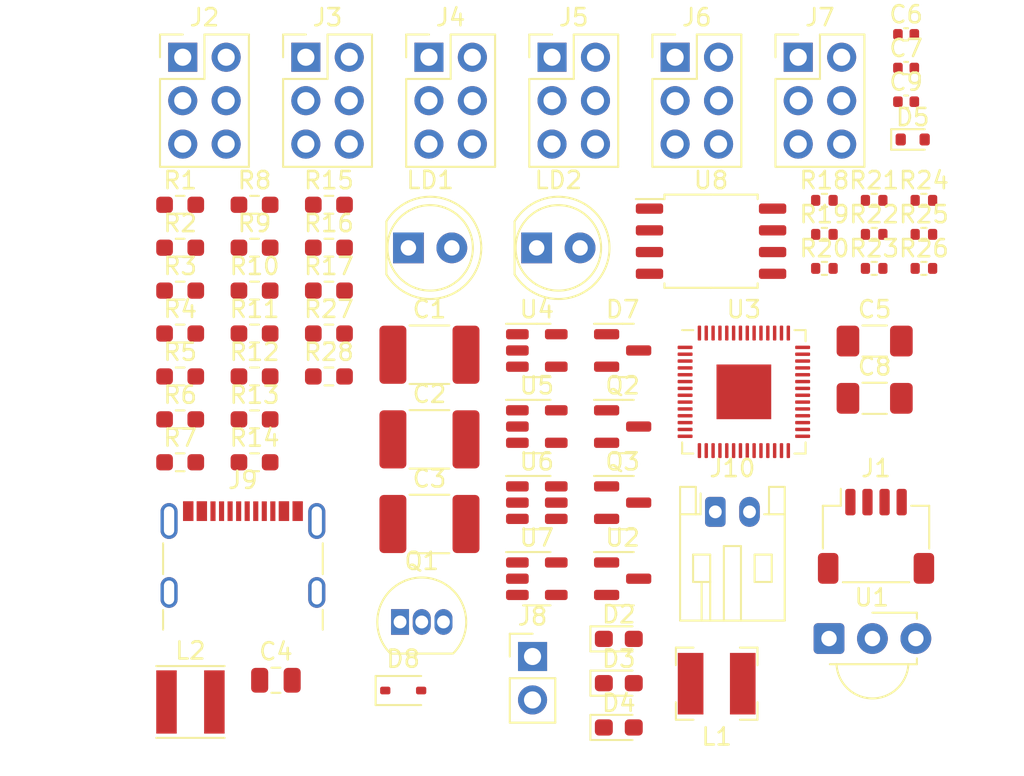
<source format=kicad_pcb>
(kicad_pcb (version 20221018) (generator pcbnew)
  (layers (0 "F.Cu" signal) (31 "B.Cu" signal) (34 "B.Paste" user) (35 "F.Paste" user) (36 "B.SilkS" user "B.Silkscreen") (37 "F.SilkS" user "F.Silkscreen") (38 "B.Mask" user) (39 "F.Mask" user) (44 "Edge.Cuts" user))
  (net 0 "")
  (net 1 "Net-(U1-Vs)")
  (net 2 "Net-(U1-GND)")
  (net 3 "/Battery_VIN")
  (net 4 "GND")
  (net 5 "+3V3")
  (net 6 "/Switched_Power")
  (net 7 "Net-(U5-FB)")
  (net 8 "Net-(D2-K)")
  (net 9 "/LED_RED")
  (net 10 "Net-(D3-K)")
  (net 11 "/LED_GREEN")
  (net 12 "Net-(D4-K)")
  (net 13 "/LED_BLUE")
  (net 14 "/UPDI_protected")
  (net 16 "SDA")
  (net 17 "SCL")
  (net 18 "/SDA{slash}MOSI{slash}DATA")
  (net 19 "/SCL{slash}SCK")
  (net 20 "/CS{slash}MISO")
  (net 21 "/UPDI")
  (net 22 "/USB_pwr")
  (net 23 "Net-(J9-CC1)")
  (net 24 "/D+")
  (net 25 "/D-")
  (net 27 "Net-(J9-CC2)")
  (net 29 "/VBAT")
  (net 30 "Net-(U4-SW)")
  (net 31 "Net-(U5-SW)")
  (net 32 "Net-(LD1-C)")
  (net 33 "Net-(LD1-A)")
  (net 34 "Net-(LD2-A)")
  (net 35 "Net-(Q1-E)")
  (net 36 "Net-(Q1-C)")
  (net 38 "Net-(Q3-B)")
  (net 39 "Net-(Q3-E)")
  (net 40 "Net-(Q3-C)")
  (net 42 "/USB_D+")
  (net 43 "/USB_D-")
  (net 44 "Net-(U7-PROG)")
  (net 45 "Net-(U3-RUN)")
  (net 46 "/usb_boot")
  (net 47 "Net-(U8-~{CS})")
  (net 49 "/GPIO0")
  (net 50 "/GPIO1")
  (net 51 "/GPIO2")
  (net 52 "/GPIO3")
  (net 53 "/GPIO4")
  (net 54 "/GPIO5")
  (net 55 "/GPIO6")
  (net 56 "/GPIO7")
  (net 57 "/GPIO8")
  (net 58 "/GPIO9")
  (net 59 "/GPIO10")
  (net 60 "/GPIO11")
  (net 61 "/GPIO12")
  (net 62 "/GPIO13")
  (net 63 "/GPIO14")
  (net 64 "/GPIO15")
  (net 65 "/XIN")
  (net 66 "/XOUT")
  (net 67 "Net-(U3-DVDD-Pad23)")
  (net 68 "/SWCLK")
  (net 69 "/SWD")
  (net 70 "/GPIO16")
  (net 71 "/GPIO17")
  (net 72 "/GPIO18")
  (net 73 "/GPIO19")
  (net 74 "/GPIO20")
  (net 75 "/GPIO21")
  (net 76 "/GPIO22")
  (net 77 "/GPIO23")
  (net 78 "/GPIO24")
  (net 79 "/GPIO25")
  (net 80 "/GPIO26")
  (net 81 "/GPIO27")
  (net 82 "/GPIO28")
  (net 83 "/GPIO29")
  (net 85 "/SD3")
  (net 86 "/spi_clk")
  (net 87 "/SD0")
  (net 88 "/SD2")
  (net 89 "/SD1")
  (net 93 "/V_USB")
  (footprint "Inductor_SMD:L_Bourns-SRN4018" (layer "F.Cu") (at -19.3135 50.346)
    (fp_text reference "L1" (at 0 3.1) (layer "F.SilkS"))
    (fp_text value "2.2u")
    (pad "1" smd rect (at -1.525 0) (size 1.5 3.6) (layers "F.Cu" "F.Paste" "F.Mask") (net 3 "/Battery_VIN"))
    (pad "2" smd rect (at 1.525 0) (size 1.5 3.6) (layers "F.Cu" "F.Paste" "F.Mask") (net 30 "Net-(U4-SW)"))
  )
  (footprint "Resistor_SMD:R_0603_1608Metric_Pad0.98x0.95mm_HandSolder" (layer "F.Cu") (at -50.6935 29.866)
    (fp_text reference "R4" (at 0 -1.43) (layer "F.SilkS"))
    (fp_text value "220")
    (pad "1" smd roundrect (at -0.9125 0) (size 0.975 0.95) (layers "F.Cu" "F.Paste" "F.Mask") (net 12 "Net-(D4-K)"))
    (pad "2" smd roundrect (at 0.9125 0) (size 0.975 0.95) (layers "F.Cu" "F.Paste" "F.Mask") (net 4 "GND"))
  )
  (footprint "Connector_JST:JST_SH_SM04B-SRSS-TB_1x04-1MP_P1.00mm_Horizontal" (layer "F.Cu") (at -9.9935 41.726)
    (fp_text reference "J1" (at 0 -3.98) (layer "F.SilkS"))
    (fp_text value "I2C")
    (pad "1" smd roundrect (at -1.5 -2) (size 0.6 1.55) (layers "F.Cu" "F.Paste" "F.Mask") (net 4 "GND"))
    (pad "2" smd roundrect (at -0.5 -2) (size 0.6 1.55) (layers "F.Cu" "F.Paste" "F.Mask") (net 5 "+3V3"))
    (pad "3" smd roundrect (at 0.5 -2) (size 0.6 1.55) (layers "F.Cu" "F.Paste" "F.Mask") (net 16 "SDA"))
    (pad "4" smd roundrect (at 1.5 -2) (size 0.6 1.55) (layers "F.Cu" "F.Paste" "F.Mask") (net 17 "SCL"))
    (pad "MP" smd roundrect (at -2.8 1.875) (size 1.2 1.8) (layers "F.Cu" "F.Paste" "F.Mask") (roundrect_rratio 0.208333) (net 4 "GND"))
    (pad "MP" smd roundrect (at 2.8 1.875) (size 1.2 1.8) (layers "F.Cu" "F.Paste" "F.Mask") (roundrect_rratio 0.208333) (net 4 "GND"))
  )
  (footprint "Package_TO_SOT_SMD:SOT-23" (layer "F.Cu") (at -24.8135 30.856)
    (fp_text reference "D7" (at 0 -2.4) (layer "F.SilkS"))
    (fp_text value "D_Schottky_Small")
    (pad "1" smd roundrect (at -0.9375 -0.95) (size 1.475 0.6) (layers "F.Cu" "F.Paste" "F.Mask"))
    (pad "2" smd roundrect (at -0.9375 0.95) (size 1.475 0.6) (layers "F.Cu" "F.Paste" "F.Mask") (net 14 "/UPDI_protected"))
    (pad "3" smd roundrect (at 0.9375 0) (size 1.475 0.6) (layers "F.Cu" "F.Paste" "F.Mask"))
  )
  (footprint "Capacitor_SMD:C_0402_1005Metric" (layer "F.Cu") (at -8.2335 14.336)
    (fp_text reference "C7" (at 0 -1.16) (layer "F.SilkS"))
    (fp_text value "0.01u")
    (pad "1" smd roundrect (at -0.48 0) (size 0.56 0.62) (layers "F.Cu" "F.Paste" "F.Mask") (net 5 "+3V3"))
    (pad "2" smd roundrect (at 0.48 0) (size 0.56 0.62) (layers "F.Cu" "F.Paste" "F.Mask") (net 4 "GND"))
  )
  (footprint "LED_THT:LED_D5.0mm" (layer "F.Cu") (at -29.8435 24.856)
    (fp_text reference "LD2" (at 1.27 -3.96) (layer "F.SilkS"))
    (fp_text value "SPL_PL90")
    (pad "1" thru_hole rect (at 0 0) (size 1.8 1.8) (drill 0.9) (layers "*.Cu" "*.Mask") (net 32 "Net-(LD1-C)"))
    (pad "2" thru_hole circle (at 2.54 0) (size 1.8 1.8) (drill 0.9) (layers "*.Cu" "*.Mask") (net 34 "Net-(LD2-A)"))
  )
  (footprint "Connector_PinHeader_2.54mm:PinHeader_2x03_P2.54mm_Vertical" (layer "F.Cu") (at -21.7435 13.706)
    (fp_text reference "J6" (at 1.27 -2.33) (layer "F.SilkS"))
    (fp_text value "Conn_02x03_Counter_Clockwise")
    (pad "1" thru_hole rect (at 0 0) (size 1.7 1.7) (drill 1) (layers "*.Cu" "*.Mask") (net 3 "/Battery_VIN"))
    (pad "2" thru_hole oval (at 2.54 0) (size 1.7 1.7) (drill 1) (layers "*.Cu" "*.Mask") (net 4 "GND"))
    (pad "3" thru_hole oval (at 0 2.54) (size 1.7 1.7) (drill 1) (layers "*.Cu" "*.Mask") (net 18 "/SDA{slash}MOSI{slash}DATA"))
    (pad "4" thru_hole oval (at 2.54 2.54) (size 1.7 1.7) (drill 1) (layers "*.Cu" "*.Mask") (net 19 "/SCL{slash}SCK"))
    (pad "5" thru_hole oval (at 0 5.08) (size 1.7 1.7) (drill 1) (layers "*.Cu" "*.Mask") (net 20 "/CS{slash}MISO"))
    (pad "6" thru_hole oval (at 2.54 5.08) (size 1.7 1.7) (drill 1) (layers "*.Cu" "*.Mask") (net 21 "/UPDI"))
  )
  (footprint "LED_THT:LED_D5.0mm" (layer "F.Cu") (at -37.3435 24.856)
    (fp_text reference "LD1" (at 1.27 -3.96) (layer "F.SilkS"))
    (fp_text value "SPL_PL90")
    (pad "1" thru_hole rect (at 0 0) (size 1.8 1.8) (drill 0.9) (layers "*.Cu" "*.Mask") (net 32 "Net-(LD1-C)"))
    (pad "2" thru_hole circle (at 2.54 0) (size 1.8 1.8) (drill 0.9) (layers "*.Cu" "*.Mask") (net 33 "Net-(LD1-A)"))
  )
  (footprint "Connector_PinHeader_2.54mm:PinHeader_2x03_P2.54mm_Vertical" (layer "F.Cu") (at -43.3435 13.706)
    (fp_text reference "J3" (at 1.27 -2.33) (layer "F.SilkS"))
    (fp_text value "Conn_02x03_Counter_Clockwise")
    (pad "1" thru_hole rect (at 0 0) (size 1.7 1.7) (drill 1) (layers "*.Cu" "*.Mask") (net 3 "/Battery_VIN"))
    (pad "2" thru_hole oval (at 2.54 0) (size 1.7 1.7) (drill 1) (layers "*.Cu" "*.Mask") (net 4 "GND"))
    (pad "3" thru_hole oval (at 0 2.54) (size 1.7 1.7) (drill 1) (layers "*.Cu" "*.Mask") (net 18 "/SDA{slash}MOSI{slash}DATA"))
    (pad "4" thru_hole oval (at 2.54 2.54) (size 1.7 1.7) (drill 1) (layers "*.Cu" "*.Mask") (net 19 "/SCL{slash}SCK"))
    (pad "5" thru_hole oval (at 0 5.08) (size 1.7 1.7) (drill 1) (layers "*.Cu" "*.Mask") (net 20 "/CS{slash}MISO"))
    (pad "6" thru_hole oval (at 2.54 5.08) (size 1.7 1.7) (drill 1) (layers "*.Cu" "*.Mask") (net 21 "/UPDI"))
  )
  (footprint "Package_TO_SOT_SMD:SOT-23-5" (layer "F.Cu") (at -29.8335 30.856)
    (fp_text reference "U4" (at 0 -2.4) (layer "F.SilkS"))
    (fp_text value "TPS613221ADBV")
    (pad "1" smd roundrect (at -1.1375 -0.95) (size 1.325 0.6) (layers "F.Cu" "F.Paste" "F.Mask") (net 30 "Net-(U4-SW)"))
    (pad "2" smd roundrect (at -1.1375 0) (size 1.325 0.6) (layers "F.Cu" "F.Paste" "F.Mask") (net 4 "GND"))
    (pad "3" smd roundrect (at -1.1375 0.95) (size 1.325 0.6) (layers "F.Cu" "F.Paste" "F.Mask"))
    (pad "4" smd roundrect (at 1.1375 0.95) (size 1.325 0.6) (layers "F.Cu" "F.Paste" "F.Mask") (net 5 "+3V3"))
    (pad "5" smd roundrect (at 1.1375 -0.95) (size 1.325 0.6) (layers "F.Cu" "F.Paste" "F.Mask"))
  )
  (footprint "Resistor_SMD:R_0603_1608Metric_Pad0.98x0.95mm_HandSolder" (layer "F.Cu") (at -46.3435 34.886)
    (fp_text reference "R13" (at 0 -1.43) (layer "F.SilkS"))
    (fp_text value "220")
    (pad "1" smd roundrect (at -0.9125 0) (size 0.975 0.95) (layers "F.Cu" "F.Paste" "F.Mask") (net 21 "/UPDI"))
    (pad "2" smd roundrect (at 0.9125 0) (size 0.975 0.95) (layers "F.Cu" "F.Paste" "F.Mask") (net 20 "/CS{slash}MISO"))
  )
  (footprint "Capacitor_SMD:C_1206_3216Metric_Pad1.33x1.80mm_HandSolder" (layer "F.Cu") (at -10.0735 33.656)
    (fp_text reference "C8" (at 0 -1.85) (layer "F.SilkS"))
    (fp_text value "10u")
    (pad "1" smd roundrect (at -1.5625 0) (size 1.325 1.8) (layers "F.Cu" "F.Paste" "F.Mask") (roundrect_rratio 0.188679) (net 5 "+3V3"))
    (pad "2" smd roundrect (at 1.5625 0) (size 1.325 1.8) (layers "F.Cu" "F.Paste" "F.Mask") (roundrect_rratio 0.188679) (net 4 "GND"))
  )
  (footprint "Resistor_SMD:R_0603_1608Metric_Pad0.98x0.95mm_HandSolder" (layer "F.Cu") (at -41.9935 27.356)
    (fp_text reference "R17" (at 0 -1.43) (layer "F.SilkS"))
    (fp_text value "220")
    (pad "1" smd roundrect (at -0.9125 0) (size 0.975 0.95) (layers "F.Cu" "F.Paste" "F.Mask") (net 21 "/UPDI"))
    (pad "2" smd roundrect (at 0.9125 0) (size 0.975 0.95) (layers "F.Cu" "F.Paste" "F.Mask") (net 20 "/CS{slash}MISO"))
  )
  (footprint "Capacitor_SMD:C_1812_4532Metric_Pad1.57x3.40mm_HandSolder" (layer "F.Cu") (at -36.1135 36.056)
    (fp_text reference "C2" (at 0 -2.65) (layer "F.SilkS"))
    (fp_text value "4.7u")
    (pad "1" smd roundrect (at -2.1375 0) (size 1.575 3.4) (layers "F.Cu" "F.Paste" "F.Mask") (roundrect_rratio 0.15873) (net 3 "/Battery_VIN"))
    (pad "2" smd roundrect (at 2.1375 0) (size 1.575 3.4) (layers "F.Cu" "F.Paste" "F.Mask") (roundrect_rratio 0.15873) (net 4 "GND"))
  )
  (footprint "Connector_PinHeader_2.54mm:PinHeader_2x03_P2.54mm_Vertical" (layer "F.Cu") (at -36.1435 13.706)
    (fp_text reference "J4" (at 1.27 -2.33) (layer "F.SilkS"))
    (fp_text value "Conn_02x03_Counter_Clockwise")
    (pad "1" thru_hole rect (at 0 0) (size 1.7 1.7) (drill 1) (layers "*.Cu" "*.Mask") (net 3 "/Battery_VIN"))
    (pad "2" thru_hole oval (at 2.54 0) (size 1.7 1.7) (drill 1) (layers "*.Cu" "*.Mask") (net 4 "GND"))
    (pad "3" thru_hole oval (at 0 2.54) (size 1.7 1.7) (drill 1) (layers "*.Cu" "*.Mask") (net 18 "/SDA{slash}MOSI{slash}DATA"))
    (pad "4" thru_hole oval (at 2.54 2.54) (size 1.7 1.7) (drill 1) (layers "*.Cu" "*.Mask") (net 19 "/SCL{slash}SCK"))
    (pad "5" thru_hole oval (at 0 5.08) (size 1.7 1.7) (drill 1) (layers "*.Cu" "*.Mask") (net 20 "/CS{slash}MISO"))
    (pad "6" thru_hole oval (at 2.54 5.08) (size 1.7 1.7) (drill 1) (layers "*.Cu" "*.Mask") (net 21 "/UPDI"))
  )
  (footprint "Package_TO_SOT_SMD:SOT-23" (layer "F.Cu") (at -24.8135 44.206)
    (fp_text reference "U2" (at 0 -2.4) (layer "F.SilkS"))
    (fp_text value "LM4040DBZ-5")
    (pad "1" smd roundrect (at -0.9375 -0.95) (size 1.475 0.6) (layers "F.Cu" "F.Paste" "F.Mask") (net 5 "+3V3"))
    (pad "2" smd roundrect (at -0.9375 0.95) (size 1.475 0.6) (layers "F.Cu" "F.Paste" "F.Mask") (net 38 "Net-(Q3-B)"))
    (pad "3" smd roundrect (at 0.9375 0) (size 1.475 0.6) (layers "F.Cu" "F.Paste" "F.Mask"))
  )
  (footprint "Resistor_SMD:R_0402_1005Metric" (layer "F.Cu") (at -13.0135 26.056)
    (fp_text reference "R20" (at 0 -1.17) (layer "F.SilkS"))
    (fp_text value "680k")
    (pad "1" smd roundrect (at -0.51 0) (size 0.54 0.64) (layers "F.Cu" "F.Paste" "F.Mask") (net 7 "Net-(U5-FB)"))
    (pad "2" smd roundrect (at 0.51 0) (size 0.54 0.64) (layers "F.Cu" "F.Paste" "F.Mask") (net 5 "+3V3"))
  )
  (footprint "Package_TO_SOT_SMD:SOT-23" (layer "F.Cu") (at -24.8135 39.756)
    (fp_text reference "Q3" (at 0 -2.4) (layer "F.SilkS"))
    (fp_text value "MMBT3906")
    (pad "1" smd roundrect (at -0.9375 -0.95) (size 1.475 0.6) (layers "F.Cu" "F.Paste" "F.Mask") (net 38 "Net-(Q3-B)"))
    (pad "2" smd roundrect (at -0.9375 0.95) (size 1.475 0.6) (layers "F.Cu" "F.Paste" "F.Mask") (net 39 "Net-(Q3-E)"))
    (pad "3" smd roundrect (at 0.9375 0) (size 1.475 0.6) (layers "F.Cu" "F.Paste" "F.Mask") (net 40 "Net-(Q3-C)"))
  )
  (footprint "Resistor_SMD:R_0603_1608Metric_Pad0.98x0.95mm_HandSolder" (layer "F.Cu") (at -46.3435 22.336)
    (fp_text reference "R8" (at 0 -1.43) (layer "F.SilkS"))
    (fp_text value "1.8k")
    (pad "1" smd roundrect (at -0.9125 0) (size 0.975 0.95) (layers "F.Cu" "F.Paste" "F.Mask") (net 5 "+3V3"))
    (pad "2" smd roundrect (at 0.9125 0) (size 0.975 0.95) (layers "F.Cu" "F.Paste" "F.Mask") (net 36 "Net-(Q1-C)"))
  )
  (footprint "Package_TO_SOT_SMD:SOT-23-6" (layer "F.Cu") (at -29.8335 39.756)
    (fp_text reference "U6" (at 0 -2.4) (layer "F.SilkS"))
    (fp_text value "SN65220")
    (pad "1" smd roundrect (at -1.1375 -0.95) (size 1.325 0.6) (layers "F.Cu" "F.Paste" "F.Mask") (net 24 "/D+"))
    (pad "2" smd roundrect (at -1.1375 0) (size 1.325 0.6) (layers "F.Cu" "F.Paste" "F.Mask") (net 4 "GND"))
    (pad "3" smd roundrect (at -1.1375 0.95) (size 1.325 0.6) (layers "F.Cu" "F.Paste" "F.Mask") (net 25 "/D-"))
    (pad "4" smd roundrect (at 1.1375 0.95) (size 1.325 0.6) (layers "F.Cu" "F.Paste" "F.Mask") (net 25 "/D-"))
    (pad "5" smd roundrect (at 1.1375 0) (size 1.325 0.6) (layers "F.Cu" "F.Paste" "F.Mask") (net 4 "GND"))
    (pad "6" smd roundrect (at 1.1375 -0.95) (size 1.325 0.6) (layers "F.Cu" "F.Paste" "F.Mask") (net 24 "/D+"))
  )
  (footprint "OptoDevice:Vishay_MINICAST-3Pin" (layer "F.Cu") (at -12.7435 47.706)
    (fp_text reference "U1" (at 2.5 -2.4 180) (layer "F.SilkS"))
    (fp_text value "TSOP382xx")
    (pad "1" thru_hole roundrect (at 0 0) (size 1.8 1.8) (drill 0.9) (layers "*.Cu" "*.Mask") (roundrect_rratio 0.139))
    (pad "2" thru_hole circle (at 2.54 0) (size 1.8 1.8) (drill 0.9) (layers "*.Cu" "*.Mask") (net 2 "Net-(U1-GND)"))
    (pad "3" thru_hole circle (at 5.08 0) (size 1.8 1.8) (drill 0.9) (layers "*.Cu" "*.Mask") (net 1 "Net-(U1-Vs)"))
  )
  (footprint "LED_SMD:LED_0603_1608Metric_Pad1.05x0.95mm_HandSolder" (layer "F.Cu") (at -25.0385 47.726)
    (fp_text reference "D2" (at 0 -1.43) (layer "F.SilkS"))
    (fp_text value "LED")
    (pad "1" smd roundrect (at -0.875 0) (size 1.05 0.95) (layers "F.Cu" "F.Paste" "F.Mask") (net 8 "Net-(D2-K)"))
    (pad "2" smd roundrect (at 0.875 0) (size 1.05 0.95) (layers "F.Cu" "F.Paste" "F.Mask") (net 9 "/LED_RED"))
  )
  (footprint "Resistor_SMD:R_0603_1608Metric_Pad0.98x0.95mm_HandSolder" (layer "F.Cu") (at -41.9935 29.866)
    (fp_text reference "R27" (at 0 -1.43) (layer "F.SilkS"))
    (fp_text value "1.8k")
    (pad "1" smd roundrect (at -0.9125 0) (size 0.975 0.95) (layers "F.Cu" "F.Paste" "F.Mask") (net 5 "+3V3"))
    (pad "2" smd roundrect (at 0.9125 0) (size 0.975 0.95) (layers "F.Cu" "F.Paste" "F.Mask") (net 45 "Net-(U3-RUN)"))
  )
  (footprint "Resistor_SMD:R_0603_1608Metric_Pad0.98x0.95mm_HandSolder" (layer "F.Cu") (at -46.3435 24.846)
    (fp_text reference "R9" (at 0 -1.43) (layer "F.SilkS"))
    (fp_text value "220")
    (pad "1" smd roundrect (at -0.9125 0) (size 0.975 0.95) (layers "F.Cu" "F.Paste" "F.Mask") (net 36 "Net-(Q1-C)"))
    (pad "2" smd roundrect (at 0.9125 0) (size 0.975 0.95) (layers "F.Cu" "F.Paste" "F.Mask") (net 38 "Net-(Q3-B)"))
  )
  (footprint "Package_DFN_QFN:QFN-56-1EP_7x7mm_P0.4mm_EP3.2x3.2mm" (layer "F.Cu") (at -17.7235 33.276)
    (fp_text reference "U3" (at 0 -4.82) (layer "F.SilkS"))
    (fp_text value "RP2040")
    (pad "1" smd roundrect (at -3.4375 -2.6) (size 0.875 0.2) (layers "F.Cu" "F.Paste" "F.Mask") (net 5 "+3V3"))
    (pad "2" smd roundrect (at -3.4375 -2.2) (size 0.875 0.2) (layers "F.Cu" "F.Paste" "F.Mask") (net 49 "/GPIO0"))
    (pad "3" smd roundrect (at -3.4375 -1.8) (size 0.875 0.2) (layers "F.Cu" "F.Paste" "F.Mask") (net 50 "/GPIO1"))
    (pad "4" smd roundrect (at -3.4375 -1.4) (size 0.875 0.2) (layers "F.Cu" "F.Paste" "F.Mask") (net 51 "/GPIO2"))
    (pad "5" smd roundrect (at -3.4375 -1) (size 0.875 0.2) (layers "F.Cu" "F.Paste" "F.Mask") (net 52 "/GPIO3"))
    (pad "6" smd roundrect (at -3.4375 -0.6) (size 0.875 0.2) (layers "F.Cu" "F.Paste" "F.Mask") (net 53 "/GPIO4"))
    (pad "7" smd roundrect (at -3.4375 -0.2) (size 0.875 0.2) (layers "F.Cu" "F.Paste" "F.Mask") (net 54 "/GPIO5"))
    (pad "8" smd roundrect (at -3.4375 0.2) (size 0.875 0.2) (layers "F.Cu" "F.Paste" "F.Mask") (net 55 "/GPIO6"))
    (pad "9" smd roundrect (at -3.4375 0.6) (size 0.875 0.2) (layers "F.Cu" "F.Paste" "F.Mask") (net 56 "/GPIO7"))
    (pad "10" smd roundrect (at -3.4375 1) (size 0.875 0.2) (layers "F.Cu" "F.Paste" "F.Mask") (net 5 "+3V3"))
    (pad "11" smd roundrect (at -3.4375 1.4) (size 0.875 0.2) (layers "F.Cu" "F.Paste" "F.Mask") (net 57 "/GPIO8"))
    (pad "12" smd roundrect (at -3.4375 1.8) (size 0.875 0.2) (layers "F.Cu" "F.Paste" "F.Mask") (net 58 "/GPIO9"))
    (pad "13" smd roundrect (at -3.4375 2.2) (size 0.875 0.2) (layers "F.Cu" "F.Paste" "F.Mask") (net 59 "/GPIO10"))
    (pad "14" smd roundrect (at -3.4375 2.6) (size 0.875 0.2) (layers "F.Cu" "F.Paste" "F.Mask") (net 60 "/GPIO11"))
    (pad "15" smd roundrect (at -2.6 3.4375) (size 0.2 0.875) (layers "F.Cu" "F.Paste" "F.Mask") (net 61 "/GPIO12"))
    (pad "16" smd roundrect (at -2.2 3.4375) (size 0.2 0.875) (layers "F.Cu" "F.Paste" "F.Mask") (net 62 "/GPIO13"))
    (pad "17" smd roundrect (at -1.8 3.4375) (size 0.2 0.875) (layers "F.Cu" "F.Paste" "F.Mask") (net 63 "/GPIO14"))
    (pad "18" smd roundrect (at -1.4 3.4375) (size 0.2 0.875) (layers "F.Cu" "F.Paste" "F.Mask") (net 64 "/GPIO15"))
    (pad "19" smd roundrect (at -1 3.4375) (size 0.2 0.875) (layers "F.Cu" "F.Paste" "F.Mask") (net 4 "GND"))
    (pad "20" smd roundrect (at -0.6 3.4375) (size 0.2 0.875) (layers "F.Cu" "F.Paste" "F.Mask") (net 65 "/XIN"))
    (pad "21" smd roundrect (at -0.2 3.4375) (size 0.2 0.875) (layers "F.Cu" "F.Paste" "F.Mask") (net 66 "/XOUT"))
    (pad "22" smd roundrect (at 0.2 3.4375) (size 0.2 0.875) (layers "F.Cu" "F.Paste" "F.Mask") (net 5 "+3V3"))
    (pad "23" smd roundrect (at 0.6 3.4375) (size 0.2 0.875) (layers "F.Cu" "F.Paste" "F.Mask") (net 67 "Net-(U3-DVDD-Pad23)"))
    (pad "24" smd roundrect (at 1 3.4375) (size 0.2 0.875) (layers "F.Cu" "F.Paste" "F.Mask") (net 68 "/SWCLK"))
    (pad "25" smd roundrect (at 1.4 3.4375) (size 0.2 0.875) (layers "F.Cu" "F.Paste" "F.Mask") (net 69 "/SWD"))
    (pad "26" smd roundrect (at 1.8 3.4375) (size 0.2 0.875) (layers "F.Cu" "F.Paste" "F.Mask") (net 45 "Net-(U3-RUN)"))
    (pad "27" smd roundrect (at 2.2 3.4375) (size 0.2 0.875) (layers "F.Cu" "F.Paste" "F.Mask") (net 70 "/GPIO16"))
    (pad "28" smd roundrect (at 2.6 3.4375) (size 0.2 0.875) (layers "F.Cu" "F.Paste" "F.Mask") (net 71 "/GPIO17"))
    (pad "29" smd roundrect (at 3.4375 2.6) (size 0.875 0.2) (layers "F.Cu" "F.Paste" "F.Mask") (net 72 "/GPIO18"))
    (pad "30" smd roundrect (at 3.4375 2.2) (size 0.875 0.2) (layers "F.Cu" "F.Paste" "F.Mask") (net 73 "/GPIO19"))
    (pad "31" smd roundrect (at 3.4375 1.8) (size 0.875 0.2) (layers "F.Cu" "F.Paste" "F.Mask") (net 74 "/GPIO20"))
    (pad "32" smd roundrect (at 3.4375 1.4) (size 0.875 0.2) (layers "F.Cu" "F.Paste" "F.Mask") (net 75 "/GPIO21"))
    (pad "33" smd roundrect (at 3.4375 1) (size 0.875 0.2) (layers "F.Cu" "F.Paste" "F.Mask") (net 5 "+3V3"))
    (pad "34" smd roundrect (at 3.4375 0.6) (size 0.875 0.2) (layers "F.Cu" "F.Paste" "F.Mask") (net 76 "/GPIO22"))
    (pad "35" smd roundrect (at 3.4375 0.2) (size 0.875 0.2) (layers "F.Cu" "F.Paste" "F.Mask") (net 77 "/GPIO23"))
    (pad "36" smd roundrect (at 3.4375 -0.2) (size 0.875 0.2) (layers "F.Cu" "F.Paste" "F.Mask") (net 78 "/GPIO24"))
    (pad "37" smd roundrect (at 3.4375 -0.6) (size 0.875 0.2) (layers "F.Cu" "F.Paste" "F.Mask") (net 79 "/GPIO25"))
    (pad "38" smd roundrect (at 3.4375 -1) (size 0.875 0.2) (layers "F.Cu" "F.Paste" "F.Mask") (net 80 "/GPIO26"))
    (pad "39" smd roundrect (at 3.4375 -1.4) (size 0.875 0.2) (layers "F.Cu" "F.Paste" "F.Mask") (net 81 "/GPIO27"))
    (pad "40" smd roundrect (at 3.4375 -1.8) (size 0.875 0.2) (layers "F.Cu" "F.Paste" "F.Mask") (net 82 "/GPIO28"))
    (pad "41" smd roundrect (at 3.4375 -2.2) (size 0.875 0.2) (layers "F.Cu" "F.Paste" "F.Mask") (net 83 "/GPIO29"))
    (pad "42" smd roundrect (at 3.4375 -2.6) (size 0.875 0.2) (layers "F.Cu" "F.Paste" "F.Mask") (net 5 "+3V3"))
    (pad "43" smd roundrect (at 2.6 -3.4375) (size 0.2 0.875) (layers "F.Cu" "F.Paste" "F.Mask") (net 5 "+3V3"))
    (pad "44" smd roundrect (at 2.2 -3.4375) (size 0.2 0.875) (layers "F.Cu" "F.Paste" "F.Mask") (net 5 "+3V3"))
    (pad "45" smd roundrect (at 1.8 -3.4375) (size 0.2 0.875) (layers "F.Cu" "F.Paste" "F.Mask"))
    (pad "46" smd roundrect (at 1.4 -3.4375) (size 0.2 0.875) (layers "F.Cu" "F.Paste" "F.Mask") (net 43 "/USB_D-"))
    (pad "47" smd roundrect (at 1 -3.4375) (size 0.2 0.875) (layers "F.Cu" "F.Paste" "F.Mask") (net 42 "/USB_D+"))
    (pad "48" smd roundrect (at 0.6 -3.4375) (size 0.2 0.875) (layers "F.Cu" "F.Paste" "F.Mask") (net 5 "+3V3"))
    (pad "49" smd roundrect (at 0.2 -3.4375) (size 0.2 0.875) (layers "F.Cu" "F.Paste" "F.Mask") (net 5 "+3V3"))
    (pad "50" smd roundrect (at -0.2 -3.4375) (size 0.2 0.875) (layers "F.Cu" "F.Paste" "F.Mask") (net 67 "Net-(U3-DVDD-Pad23)"))
    (pad "51" smd roundrect (at -0.6 -3.4375) (size 0.2 0.875) (layers "F.Cu" "F.Paste" "F.Mask") (net 85 "/SD3"))
    (pad "52" smd roundrect (at -1 -3.4375) (size 0.2 0.875) (layers "F.Cu" "F.Paste" "F.Mask") (net 86 "/spi_clk"))
    (pad "53" smd roundrect (at -1.4 -3.4375) (size 0.2 0.875) (layers "F.Cu" "F.Paste" "F.Mask") (net 87 "/SD0"))
    (pad "54" smd roundrect (at -1.8 -3.4375) (size 0.2 0.875) (layers "F.Cu" "F.Paste" "F.Mask") (net 88 "/SD2"))
    (pad "55" smd roundrect (at -2.2 -3.4375) (size 0.2 0.875) (layers "F.Cu" "F.Paste" "F.Mask") (net 89 "/SD1"))
    (pad "56" smd roundrect (at -2.6 -3.4375) (size 0.2 0.875) (layers "F.Cu" "F.Paste" "F.Mask"))
    (pad "57" smd rect (at 0 0) (size 3.2 3.2) (layers "F.Cu" "F.Mask") (net 4 "GND"))
  )
  (footprint "Resistor_SMD:R_0603_1608Metric_Pad0.98x0.95mm_HandSolder" (layer "F.Cu") (at -50.6935 34.886)
    (fp_text reference "R6" (at 0 -1.43) (layer "F.SilkS"))
    (fp_text value "100")
    (pad "1" smd roundrect (at -0.9125 0) (size 0.975 0.95) (layers "F.Cu" "F.Paste" "F.Mask") (net 1 "Net-(U1-Vs)"))
    (pad "2" smd roundrect (at 0.9125 0) (size 0.975 0.95) (layers "F.Cu" "F.Paste" "F.Mask") (net 5 "+3V3"))
  )
  (footprint "Capacitor_SMD:C_1206_3216Metric_Pad1.33x1.80mm_HandSolder" (layer "F.Cu") (at -10.0735 30.306)
    (fp_text reference "C5" (at 0 -1.85) (layer "F.SilkS"))
    (fp_text value "10u")
    (pad "1" smd roundrect (at -1.5625 0) (size 1.325 1.8) (layers "F.Cu" "F.Paste" "F.Mask") (roundrect_rratio 0.188679) (net 5 "+3V3"))
    (pad "2" smd roundrect (at 1.5625 0) (size 1.325 1.8) (layers "F.Cu" "F.Paste" "F.Mask") (roundrect_rratio 0.188679) (net 4 "GND"))
  )
  (footprint "Resistor_SMD:R_0603_1608Metric_Pad0.98x0.95mm_HandSolder" (layer "F.Cu") (at -46.3435 27.356)
    (fp_text reference "R10" (at 0 -1.43) (layer "F.SilkS"))
    (fp_text value "3.3")
    (pad "1" smd roundrect (at -0.9125 0) (size 0.975 0.95) (layers "F.Cu" "F.Paste" "F.Mask") (net 5 "+3V3"))
    (pad "2" smd roundrect (at 0.9125 0) (size 0.975 0.95) (layers "F.Cu" "F.Paste" "F.Mask") (net 39 "Net-(Q3-E)"))
  )
  (footprint "Resistor_SMD:R_0402_1005Metric" (layer "F.Cu") (at -7.1935 24.066)
    (fp_text reference "R25" (at 0 -1.17) (layer "F.SilkS"))
    (fp_text value "27")
    (pad "1" smd roundrect (at -0.51 0) (size 0.54 0.64) (layers "F.Cu" "F.Paste" "F.Mask") (net 25 "/D-"))
    (pad "2" smd roundrect (at 0.51 0) (size 0.54 0.64) (layers "F.Cu" "F.Paste" "F.Mask") (net 43 "/USB_D-"))
  )
  (footprint "Resistor_SMD:R_0402_1005Metric" (layer "F.Cu") (at -10.1035 24.066)
    (fp_text reference "R22" (at 0 -1.17) (layer "F.SilkS"))
    (fp_text value "15K")
    (pad "1" smd roundrect (at -0.51 0) (size 0.54 0.64) (layers "F.Cu" "F.Paste" "F.Mask") (net 24 "/D+"))
    (pad "2" smd roundrect (at 0.51 0) (size 0.54 0.64) (layers "F.Cu" "F.Paste" "F.Mask") (net 4 "GND"))
  )
  (footprint "Resistor_SMD:R_0402_1005Metric" (layer "F.Cu") (at -7.1935 26.056)
    (fp_text reference "R26" (at 0 -1.17) (layer "F.SilkS"))
    (fp_text value "5.1k")
    (pad "1" smd roundrect (at -0.51 0) (size 0.54 0.64) (layers "F.Cu" "F.Paste" "F.Mask") (net 4 "GND"))
    (pad "2" smd roundrect (at 0.51 0) (size 0.54 0.64) (layers "F.Cu" "F.Paste" "F.Mask") (net 44 "Net-(U7-PROG)"))
  )
  (footprint "LED_SMD:LED_0603_1608Metric_Pad1.05x0.95mm_HandSolder" (layer "F.Cu") (at -25.0385 52.906)
    (fp_text reference "D4" (at 0 -1.43) (layer "F.SilkS"))
    (fp_text value "LED")
    (pad "1" smd roundrect (at -0.875 0) (size 1.05 0.95) (layers "F.Cu" "F.Paste" "F.Mask") (net 12 "Net-(D4-K)"))
    (pad "2" smd roundrect (at 0.875 0) (size 1.05 0.95) (layers "F.Cu" "F.Paste" "F.Mask") (net 13 "/LED_BLUE"))
  )
  (footprint "Package_TO_SOT_SMD:SOT-23" (layer "F.Cu") (at -24.8135 35.306)
    (fp_text reference "Q2" (at 0 -2.4) (layer "F.SilkS"))
    (fp_text value "PMOS")
    (pad "1" smd roundrect (at -0.9375 -0.95) (size 1.475 0.6) (layers "F.Cu" "F.Paste" "F.Mask") (net 35 "Net-(Q1-E)"))
    (pad "2" smd roundrect (at -0.9375 0.95) (size 1.475 0.6) (layers "F.Cu" "F.Paste" "F.Mask"))
    (pad "3" smd roundrect (at 0.9375 0) (size 1.475 0.6) (layers "F.Cu" "F.Paste" "F.Mask") (net 32 "Net-(LD1-C)"))
  )
  (footprint "Connector_JST:JST_PH_S2B-PH-K_1x02_P2.00mm_Horizontal" (layer "F.Cu") (at -19.3935 40.296)
    (fp_text reference "J10" (at 1 -2.55) (layer "F.SilkS"))
    (fp_text value "Conn_01x02_Male")
    (pad "1" thru_hole roundrect (at 0 0) (size 1.2 1.75) (drill 0.75) (layers "*.Cu" "*.Mask") (roundrect_rratio 0.208333) (net 29 "/VBAT"))
    (pad "2" thru_hole oval (at 2 0) (size 1.2 1.75) (drill 0.75) (layers "*.Cu" "*.Mask") (net 4 "GND"))
  )
  (footprint "Resistor_SMD:R_0603_1608Metric_Pad0.98x0.95mm_HandSolder" (layer "F.Cu") (at -41.9935 32.376)
    (fp_text reference "R28" (at 0 -1.43) (layer "F.SilkS"))
    (fp_text value "1.8k")
    (pad "1" smd roundrect (at -0.9125 0) (size 0.975 0.95) (layers "F.Cu" "F.Paste" "F.Mask") (net 46 "/usb_boot"))
    (pad "2" smd roundrect (at 0.9125 0) (size 0.975 0.95) (layers "F.Cu" "F.Paste" "F.Mask") (net 47 "Net-(U8-~{CS})"))
  )
  (footprint "Capacitor_SMD:C_0402_1005Metric" (layer "F.Cu") (at -8.2335 16.306)
    (fp_text reference "C9" (at 0 -1.16) (layer "F.SilkS"))
    (fp_text value "0.1u")
    (pad "1" smd roundrect (at -0.48 0) (size 0.56 0.62) (layers "F.Cu" "F.Paste" "F.Mask") (net 5 "+3V3"))
    (pad "2" smd roundrect (at 0.48 0) (size 0.56 0.62) (layers "F.Cu" "F.Paste" "F.Mask") (net 4 "GND"))
  )
  (footprint "LED_SMD:LED_0603_1608Metric_Pad1.05x0.95mm_HandSolder" (layer "F.Cu") (at -25.0385 50.316)
    (fp_text reference "D3" (at 0 -1.43) (layer "F.SilkS"))
    (fp_text value "LED")
    (pad "1" smd roundrect (at -0.875 0) (size 1.05 0.95) (layers "F.Cu" "F.Paste" "F.Mask") (net 10 "Net-(D3-K)"))
    (pad "2" smd roundrect (at 0.875 0) (size 1.05 0.95) (layers "F.Cu" "F.Paste" "F.Mask") (net 11 "/LED_GREEN"))
  )
  (footprint "Resistor_SMD:R_0603_1608Metric_Pad0.98x0.95mm_HandSolder" (layer "F.Cu") (at -46.3435 32.376)
    (fp_text reference "R12" (at 0 -1.43) (layer "F.SilkS"))
    (fp_text value "3.3")
    (pad "1" smd roundrect (at -0.9125 0) (size 0.975 0.95) (layers "F.Cu" "F.Paste" "F.Mask") (net 40 "Net-(Q3-C)"))
    (pad "2" smd roundrect (at 0.9125 0) (size 0.975 0.95) (layers "F.Cu" "F.Paste" "F.Mask") (net 34 "Net-(LD2-A)"))
  )
  (footprint "Capacitor_SMD:C_0402_1005Metric" (layer "F.Cu") (at -8.2335 12.366)
    (fp_text reference "C6" (at 0 -1.16) (layer "F.SilkS"))
    (fp_text value "6.8p")
    (pad "1" smd roundrect (at -0.48 0) (size 0.56 0.62) (layers "F.Cu" "F.Paste" "F.Mask") (net 5 "+3V3"))
    (pad "2" smd roundrect (at 0.48 0) (size 0.56 0.62) (layers "F.Cu" "F.Paste" "F.Mask") (net 7 "Net-(U5-FB)"))
  )
  (footprint "Package_TO_SOT_SMD:SOT-23-5" (layer "F.Cu") (at -29.8335 35.306)
    (fp_text reference "U5" (at 0 -2.4) (layer "F.SilkS"))
    (fp_text value "TLV62569DBV")
    (pad "1" smd roundrect (at -1.1375 -0.95) (size 1.325 0.6) (layers "F.Cu" "F.Paste" "F.Mask") (net 6 "/Switched_Power"))
    (pad "2" smd roundrect (at -1.1375 0) (size 1.325 0.6) (layers "F.Cu" "F.Paste" "F.Mask") (net 4 "GND"))
    (pad "3" smd roundrect (at -1.1375 0.95) (size 1.325 0.6) (layers "F.Cu" "F.Paste" "F.Mask") (net 31 "Net-(U5-SW)"))
    (pad "4" smd roundrect (at 1.1375 0.95) (size 1.325 0.6) (layers "F.Cu" "F.Paste" "F.Mask") (net 6 "/Switched_Power"))
    (pad "5" smd roundrect (at 1.1375 -0.95) (size 1.325 0.6) (layers "F.Cu" "F.Paste" "F.Mask") (net 7 "Net-(U5-FB)"))
  )
  (footprint "Diode_SMD:D_SOD-523" (layer "F.Cu") (at -7.8485 18.516)
    (fp_text reference "D5" (at 0 -1.3) (layer "F.SilkS"))
    (fp_text value "ESD5Zxx")
    (pad "1" smd roundrect (at -0.7 0 180) (size 0.6 0.7) (layers "F.Cu" "F.Paste" "F.Mask") (net 14 "/UPDI_protected"))
    (pad "2" smd roundrect (at 0.7 0 180) (size 0.6 0.7) (layers "F.Cu" "F.Paste" "F.Mask") (net 4 "GND"))
  )
  (footprint "Inductor_SMD:L_Taiyo-Yuden_MD-4040" (layer "F.Cu") (at -50.0935 51.416)
    (fp_text reference "L2" (at 0 -3) (layer "F.SilkS"))
    (fp_text value "2.2uH")
    (pad "1" smd rect (at -1.4 0) (size 1.2 3.7) (layers "F.Cu" "F.Paste" "F.Mask") (net 31 "Net-(U5-SW)"))
    (pad "2" smd rect (at 1.4 0) (size 1.2 3.7) (layers "F.Cu" "F.Paste" "F.Mask") (net 5 "+3V3"))
  )
  (footprint "Resistor_SMD:R_0603_1608Metric_Pad0.98x0.95mm_HandSolder" (layer "F.Cu") (at -50.6935 32.376)
    (fp_text reference "R5" (at 0 -1.43) (layer "F.SilkS"))
    (fp_text value "220")
    (pad "1" smd roundrect (at -0.9125 0) (size 0.975 0.95) (layers "F.Cu" "F.Paste" "F.Mask") (net 14 "/UPDI_protected"))
    (pad "2" smd roundrect (at 0.9125 0) (size 0.975 0.95) (layers "F.Cu" "F.Paste" "F.Mask") (net 21 "/UPDI"))
  )
  (footprint "Resistor_SMD:R_0603_1608Metric_Pad0.98x0.95mm_HandSolder" (layer "F.Cu") (at -50.6935 22.336)
    (fp_text reference "R1" (at 0 -1.43) (layer "F.SilkS"))
    (fp_text value "220")
    (pad "1" smd roundrect (at -0.9125 0) (size 0.975 0.95) (layers "F.Cu" "F.Paste" "F.Mask") (net 21 "/UPDI"))
    (pad "2" smd roundrect (at 0.9125 0) (size 0.975 0.95) (layers "F.Cu" "F.Paste" "F.Mask") (net 20 "/CS{slash}MISO"))
  )
  (footprint "Diode_SMD:D_SOD-323" (layer "F.Cu") (at -37.6485 50.746)
    (fp_text reference "D8" (at 0 -1.85) (layer "F.SilkS"))
    (fp_text value "3.3v_TVS")
    (pad "1" smd roundrect (at -1.05 0) (size 0.6 0.45) (layers "F.Cu" "F.Paste" "F.Mask") (net 5 "+3V3"))
    (pad "2" smd roundrect (at 1.05 0) (size 0.6 0.45) (layers "F.Cu" "F.Paste" "F.Mask") (net 4 "GND"))
  )
  (footprint "Resistor_SMD:R_0603_1608Metric_Pad0.98x0.95mm_HandSolder" (layer "F.Cu") (at -41.9935 24.846)
    (fp_text reference "R16" (at 0 -1.43) (layer "F.SilkS"))
    (fp_text value "220")
    (pad "1" smd roundrect (at -0.9125 0) (size 0.975 0.95) (layers "F.Cu" "F.Paste" "F.Mask") (net 21 "/UPDI"))
    (pad "2" smd roundrect (at 0.9125 0) (size 0.975 0.95) (layers "F.Cu" "F.Paste" "F.Mask") (net 20 "/CS{slash}MISO"))
  )
  (footprint "Resistor_SMD:R_0603_1608Metric_Pad0.98x0.95mm_HandSolder" (layer "F.Cu") (at -50.6935 24.846)
    (fp_text reference "R2" (at 0 -1.43) (layer "F.SilkS"))
    (fp_text value "220")
    (pad "1" smd roundrect (at -0.9125 0) (size 0.975 0.95) (layers "F.Cu" "F.Paste" "F.Mask") (net 8 "Net-(D2-K)"))
    (pad "2" smd roundrect (at 0.9125 0) (size 0.975 0.95) (layers "F.Cu" "F.Paste" "F.Mask") (net 4 "GND"))
  )
  (footprint "Resistor_SMD:R_0402_1005Metric" (layer "F.Cu") (at -13.0135 22.076)
    (fp_text reference "R18" (at 0 -1.17) (layer "F.SilkS"))
    (fp_text value "5.1k")
    (pad "1" smd roundrect (at -0.51 0) (size 0.54 0.64) (layers "F.Cu" "F.Paste" "F.Mask") (net 27 "Net-(J9-CC2)"))
    (pad "2" smd roundrect (at 0.51 0) (size 0.54 0.64) (layers "F.Cu" "F.Paste" "F.Mask") (net 4 "GND"))
  )
  (footprint "Connector_PinHeader_2.54mm:PinHeader_1x02_P2.54mm_Vertical" (layer "F.Cu") (at -30.0835 48.756)
    (fp_text reference "J8" (at 0 -2.33) (layer "F.SilkS"))
    (fp_text value "Conn_01x02_Male")
    (pad "1" thru_hole rect (at 0 0) (size 1.7 1.7) (drill 1) (layers "*.Cu" "*.Mask") (net 3 "/Battery_VIN"))
    (pad "2" thru_hole oval (at 0 2.54) (size 1.7 1.7) (drill 1) (layers "*.Cu" "*.Mask") (net 4 "GND"))
  )
  (footprint "Package_SO:SOIC-8_5.23x5.23mm_P1.27mm" (layer "F.Cu") (at -19.6435 24.466)
    (fp_text reference "U8" (at 0 -3.56) (layer "F.SilkS"))
    (fp_text value "W25Q128JVS")
    (pad "1" smd roundrect (at -3.6 -1.905) (size 1.6 0.6) (layers "F.Cu" "F.Paste" "F.Mask") (net 47 "Net-(U8-~{CS})"))
    (pad "2" smd roundrect (at -3.6 -0.635) (size 1.6 0.6) (layers "F.Cu" "F.Paste" "F.Mask") (net 89 "/SD1"))
    (pad "3" smd roundrect (at -3.6 0.635) (size 1.6 0.6) (layers "F.Cu" "F.Paste" "F.Mask") (net 88 "/SD2"))
    (pad "4" smd roundrect (at -3.6 1.905) (size 1.6 0.6) (layers "F.Cu" "F.Paste" "F.Mask") (net 4 "GND"))
    (pad "5" smd roundrect (at 3.6 1.905) (size 1.6 0.6) (layers "F.Cu" "F.Paste" "F.Mask") (net 87 "/SD0"))
    (pad "6" smd roundrect (at 3.6 0.635) (size 1.6 0.6) (layers "F.Cu" "F.Paste" "F.Mask") (net 86 "/spi_clk"))
    (pad "7" smd roundrect (at 3.6 -0.635) (size 1.6 0.6) (layers "F.Cu" "F.Paste" "F.Mask") (net 85 "/SD3"))
    (pad "8" smd roundrect (at 3.6 -1.905) (size 1.6 0.6) (layers "F.Cu" "F.Paste" "F.Mask") (net 5 "+3V3"))
  )
  (footprint "Capacitor_SMD:C_1812_4532Metric_Pad1.57x3.40mm_HandSolder" (layer "F.Cu") (at -36.1135 31.106)
    (fp_text reference "C1" (at 0 -2.65) (layer "F.SilkS"))
    (fp_text value "4.7u")
    (pad "1" smd roundrect (at -2.1375 0) (size 1.575 3.4) (layers "F.Cu" "F.Paste" "F.Mask") (roundrect_rratio 0.15873) (net 1 "Net-(U1-Vs)"))
    (pad "2" smd roundrect (at 2.1375 0) (size 1.575 3.4) (layers "F.Cu" "F.Paste" "F.Mask") (roundrect_rratio 0.15873) (net 2 "Net-(U1-GND)"))
  )
  (footprint "Resistor_SMD:R_0603_1608Metric_Pad0.98x0.95mm_HandSolder" (layer "F.Cu") (at -46.3435 29.866)
    (fp_text reference "R11" (at 0 -1.43) (layer "F.SilkS"))
    (fp_text value "3.3")
    (pad "1" smd roundrect (at -0.9125 0) (size 0.975 0.95) (layers "F.Cu" "F.Paste" "F.Mask") (net 40 "Net-(Q3-C)"))
    (pad "2" smd roundrect (at 0.9125 0) (size 0.975 0.95) (layers "F.Cu" "F.Paste" "F.Mask") (net 33 "Net-(LD1-A)"))
  )
  (footprint "Connector_PinHeader_2.54mm:PinHeader_2x03_P2.54mm_Vertical" (layer "F.Cu") (at -14.5435 13.706)
    (fp_text reference "J7" (at 1.27 -2.33) (layer "F.SilkS"))
    (fp_text value "Conn_02x03_Counter_Clockwise")
    (pad "1" thru_hole rect (at 0 0) (size 1.7 1.7) (drill 1) (layers "*.Cu" "*.Mask") (net 3 "/Battery_VIN"))
    (pad "2" thru_hole oval (at 2.54 0) (size 1.7 1.7) (drill 1) (layers "*.Cu" "*.Mask") (net 4 "GND"))
    (pad "3" thru_hole oval (at 0 2.54) (size 1.7 1.7) (drill 1) (layers "*.Cu" "*.Mask") (net 18 "/SDA{slash}MOSI{slash}DATA"))
    (pad "4" thru_hole oval (at 2.54 2.54) (size 1.7 1.7) (drill 1) (layers "*.Cu" "*.Mask") (net 19 "/SCL{slash}SCK"))
    (pad "5" thru_hole oval (at 0 5.08) (size 1.7 1.7) (drill 1) (layers "*.Cu" "*.Mask") (net 20 "/CS{slash}MISO"))
    (pad "6" thru_hole oval (at 2.54 5.08) (size 1.7 1.7) (drill 1) (layers "*.Cu" "*.Mask") (net 21 "/UPDI"))
  )
  (footprint "Connector_PinHeader_2.54mm:PinHeader_2x03_P2.54mm_Vertical" (layer "F.Cu") (at -28.9435 13.706)
    (fp_text reference "J5" (at 1.27 -2.33) (layer "F.SilkS"))
    (fp_text value "Conn_02x03_Counter_Clockwise")
    (pad "1" thru_hole rect (at 0 0) (size 1.7 1.7) (drill 1) (layers "*.Cu" "*.Mask") (net 3 "/Battery_VIN"))
    (pad "2" thru_hole oval (at 2.54 0) (size 1.7 1.7) (drill 1) (layers "*.Cu" "*.Mask") (net 4 "GND"))
    (pad "3" thru_hole oval (at 0 2.54) (size 1.7 1.7) (drill 1) (layers "*.Cu" "*.Mask") (net 18 "/SDA{slash}MOSI{slash}DATA"))
    (pad "4" thru_hole oval (at 2.54 2.54) (size 1.7 1.7) (drill 1) (layers "*.Cu" "*.Mask") (net 19 "/SCL{slash}SCK"))
    (pad "5" thru_hole oval (at 0 5.08) (size 1.7 1.7) (drill 1) (layers "*.Cu" "*.Mask") (net 20 "/CS{slash}MISO"))
    (pad "6" thru_hole oval (at 2.54 5.08) (size 1.7 1.7) (drill 1) (layers "*.Cu" "*.Mask") (net 21 "/UPDI"))
  )
  (footprint "Package_TO_SOT_SMD:SOT-23-5" (layer "F.Cu") (at -29.8335 44.206)
    (fp_text reference "U7" (at 0 -2.4) (layer "F.SilkS"))
    (fp_text value "MCP73811T-420I-OT")
    (pad "1" smd roundrect (at -1.1375 -0.95) (size 1.325 0.6) (layers "F.Cu" "F.Paste" "F.Mask") (net 93 "/V_USB"))
    (pad "2" smd roundrect (at -1.1375 0) (size 1.325 0.6) (layers "F.Cu" "F.Paste" "F.Mask") (net 4 "GND"))
    (pad "3" smd roundrect (at -1.1375 0.95) (size 1.325 0.6) (layers "F.Cu" "F.Paste" "F.Mask") (net 29 "/VBAT"))
    (pad "4" smd roundrect (at 1.1375 0.95) (size 1.325 0.6) (layers "F.Cu" "F.Paste" "F.Mask") (net 93 "/V_USB"))
    (pad "5" smd roundrect (at 1.1375 -0.95) (size 1.325 0.6) (layers "F.Cu" "F.Paste" "F.Mask") (net 44 "Net-(U7-PROG)"))
  )
  (footprint "Resistor_SMD:R_0603_1608Metric_Pad0.98x0.95mm_HandSolder" (layer "F.Cu") (at -50.6935 27.356)
    (fp_text reference "R3" (at 0 -1.43) (layer "F.SilkS"))
    (fp_text value "220")
    (pad "1" smd roundrect (at -0.9125 0) (size 0.975 0.95) (layers "F.Cu" "F.Paste" "F.Mask") (net 10 "Net-(D3-K)"))
    (pad "2" smd roundrect (at 0.9125 0) (size 0.975 0.95) (layers "F.Cu" "F.Paste" "F.Mask") (net 4 "GND"))
  )
  (footprint "Resistor_SMD:R_0402_1005Metric" (layer "F.Cu") (at -10.1035 26.056)
    (fp_text reference "R23" (at 0 -1.17) (layer "F.SilkS"))
    (fp_text value "15K")
    (pad "1" smd roundrect (at -0.51 0) (size 0.54 0.64) (layers "F.Cu" "F.Paste" "F.Mask") (net 4 "GND"))
    (pad "2" smd roundrect (at 0.51 0) (size 0.54 0.64) (layers "F.Cu" "F.Paste" "F.Mask") (net 25 "/D-"))
  )
  (footprint "Resistor_SMD:R_0603_1608Metric_Pad0.98x0.95mm_HandSolder" (layer "F.Cu") (at -41.9935 22.336)
    (fp_text reference "R15" (at 0 -1.43) (layer "F.SilkS"))
    (fp_text value "220")
    (pad "1" smd roundrect (at -0.9125 0) (size 0.975 0.95) (layers "F.Cu" "F.Paste" "F.Mask") (net 21 "/UPDI"))
    (pad "2" smd roundrect (at 0.9125 0) (size 0.975 0.95) (layers "F.Cu" "F.Paste" "F.Mask") (net 20 "/CS{slash}MISO"))
  )
  (footprint "Resistor_SMD:R_0402_1005Metric" (layer "F.Cu") (at -13.0135 24.066)
    (fp_text reference "R19" (at 0 -1.17) (layer "F.SilkS"))
    (fp_text value "5.1k")
    (pad "1" smd roundrect (at -0.51 0) (size 0.54 0.64) (layers "F.Cu" "F.Paste" "F.Mask") (net 23 "Net-(J9-CC1)"))
    (pad "2" smd roundrect (at 0.51 0) (size 0.54 0.64) (layers "F.Cu" "F.Paste" "F.Mask") (net 4 "GND"))
  )
  (footprint "Package_TO_SOT_THT:TO-92_Inline" (layer "F.Cu") (at -37.8335 46.736)
    (fp_text reference "Q1" (at 1.27 -3.56) (layer "F.SilkS"))
    (fp_text value "2N3904")
    (pad "1" thru_hole rect (at 0 0) (size 1.05 1.5) (drill 0.75) (layers "*.Cu" "*.Mask") (net 35 "Net-(Q1-E)"))
    (pad "2" thru_hole oval (at 1.27 0) (size 1.05 1.5) (drill 0.75) (layers "*.Cu" "*.Mask") (net 14 "/UPDI_protected"))
    (pad "3" thru_hole oval (at 2.54 0) (size 1.05 1.5) (drill 0.75) (layers "*.Cu" "*.Mask") (net 36 "Net-(Q1-C)"))
  )
  (footprint "Resistor_SMD:R_0603_1608Metric_Pad0.98x0.95mm_HandSolder" (layer "F.Cu") (at -50.6935 37.396)
    (fp_text reference "R7" (at 0 -1.43) (layer "F.SilkS"))
    (fp_text value "1.8k")
    (pad "1" smd roundrect (at -0.9125 0) (size 0.975 0.95) (layers "F.Cu" "F.Paste" "F.Mask") (net 14 "/UPDI_protected"))
    (pad "2" smd roundrect (at 0.9125 0) (size 0.975 0.95) (layers "F.Cu" "F.Paste" "F.Mask"))
  )
  (footprint "Capacitor_SMD:C_1812_4532Metric_Pad1.57x3.40mm_HandSolder" (layer "F.Cu") (at -36.1135 41.006)
    (fp_text reference "C3" (at 0 -2.65) (layer "F.SilkS"))
    (fp_text value "C")
    (pad "1" smd roundrect (at -2.1375 0) (size 1.575 3.4) (layers "F.Cu" "F.Paste" "F.Mask") (roundrect_rratio 0.15873) (net 5 "+3V3"))
    (pad "2" smd roundrect (at 2.1375 0) (size 1.575 3.4) (layers "F.Cu" "F.Paste" "F.Mask") (roundrect_rratio 0.15873) (net 4 "GND"))
  )
  (footprint "Capacitor_SMD:C_0805_2012Metric" (layer "F.Cu") (at -45.0935 50.146)
    (fp_text reference "C4" (at 0 -1.68) (layer "F.SilkS"))
    (fp_text value "4.7u")
    (pad "1" smd roundrect (at -0.95 0) (size 1 1.45) (layers "F.Cu" "F.Paste" "F.Mask") (net 6 "/Switched_Power"))
    (pad "2" smd roundrect (at 0.95 0) (size 1 1.45) (layers "F.Cu" "F.Paste" "F.Mask") (net 4 "GND"))
  )
  (footprint "Resistor_SMD:R_0402_1005Metric" (layer "F.Cu") (at -10.1035 22.076)
    (fp_text reference "R21" (at 0 -1.17) (layer "F.SilkS"))
    (fp_text value "150K")
    (pad "1" smd roundrect (at -0.51 0) (size 0.54 0.64) (layers "F.Cu" "F.Paste" "F.Mask") (net 4 "GND"))
    (pad "2" smd roundrect (at 0.51 0) (size 0.54 0.64) (layers "F.Cu" "F.Paste" "F.Mask") (net 7 "Net-(U5-FB)"))
  )
  (footprint "Connector_USB:USB_C_Receptacle_GCT_USB4105-xx-A_16P_TopMnt_Horizontal" (layer "F.Cu") (at -47.0235 43.936)
    (fp_text reference "J9" (at 0 -5.5 unlocked) (layer "F.SilkS"))
    (fp_text value "USB_C_Receptacle_USB2.0")
    (pad "" np_thru_hole circle (at -2.89 -2.605) (size 0.65 0.65) (drill 0.65) (layers "F&B.Cu" "*.Mask"))
    (pad "" np_thru_hole circle (at 2.89 -2.605) (size 0.65 0.65) (drill 0.65) (layers "F&B.Cu" "*.Mask"))
    (pad "A1" smd rect (at -3.2 -3.68) (size 0.6 1.15) (layers "F.Cu" "F.Paste" "F.Mask") (net 4 "GND"))
    (pad "A4" smd rect (at -2.4 -3.68) (size 0.6 1.15) (layers "F.Cu" "F.Paste" "F.Mask") (net 22 "/USB_pwr"))
    (pad "A5" smd rect (at -1.25 -3.68) (size 0.3 1.15) (layers "F.Cu" "F.Paste" "F.Mask") (net 23 "Net-(J9-CC1)"))
    (pad "A6" smd rect (at -0.25 -3.68) (size 0.3 1.15) (layers "F.Cu" "F.Paste" "F.Mask") (net 24 "/D+"))
    (pad "A7" smd rect (at 0.25 -3.68) (size 0.3 1.15) (layers "F.Cu" "F.Paste" "F.Mask") (net 25 "/D-"))
    (pad "A8" smd rect (at 1.25 -3.68) (size 0.3 1.15) (layers "F.Cu" "F.Paste" "F.Mask"))
    (pad "A9" smd rect (at 2.4 -3.68) (size 0.6 1.15) (layers "F.Cu" "F.Paste" "F.Mask") (net 22 "/USB_pwr"))
    (pad "A12" smd rect (at 3.2 -3.68) (size 0.6 1.15) (layers "F.Cu" "F.Paste" "F.Mask") (net 4 "GND"))
    (pad "B1" smd rect (at 3.2 -3.68) (size 0.6 1.15) (layers "F.Cu" "F.Paste" "F.Mask") (net 4 "GND"))
    (pad "B4" smd rect (at 2.4 -3.68) (size 0.6 1.15) (layers "F.Cu" "F.Paste" "F.Mask") (net 22 "/USB_pwr"))
    (pad "B5" smd rect (at 1.75 -3.68) (size 0.3 1.15) (layers "F.Cu" "F.Paste" "F.Mask") (net 27 "Net-(J9-CC2)"))
    (pad "B6" smd rect (at 0.75 -3.68) (size 0.3 1.15) (layers "F.Cu" "F.Paste" "F.Mask") (net 24 "/D+"))
    (pad "B7" smd rect (at -0.75 -3.68) (size 0.3 1.15) (layers "F.Cu" "F.Paste" "F.Mask") (net 25 "/D-"))
    (pad "B8" smd rect (at -1.75 -3.68) (size 0.3 1.15) (layers "F.Cu" "F.Paste" "F.Mask"))
    (pad "B9" smd rect (at -2.4 -3.68) (size 0.6 1.15) (layers "F.Cu" "F.Paste" "F.Mask") (net 22 "/USB_pwr"))
    (pad "B12" smd rect (at -3.2 -3.68) (size 0.6 1.15) (layers "F.Cu" "F.Paste" "F.Mask") (net 4 "GND"))
    (pad "S1" thru_hole oval (at -4.32 -3.105) (size 1 2.1) (drill oval 0.6 1.7) (layers "*.Cu" "*.Mask") (net 4 "GND"))
    (pad "S1" thru_hole oval (at -4.32 1.075) (size 1 1.8) (drill oval 0.6 1.4) (layers "*.Cu" "*.Mask") (net 4 "GND"))
    (pad "S1" thru_hole oval (at 4.32 -3.105) (size 1 2.1) (drill oval 0.6 1.7) (layers "*.Cu" "*.Mask") (net 4 "GND"))
    (pad "S1" thru_hole oval (at 4.32 1.075) (size 1 1.8) (drill oval 0.6 1.4) (layers "*.Cu" "*.Mask") (net 4 "GND"))
  )
  (footprint "Resistor_SMD:R_0402_1005Metric" (layer "F.Cu") (at -7.1935 22.076)
    (fp_text reference "R24" (at 0 -1.17) (layer "F.SilkS"))
    (fp_text value "27")
    (pad "1" smd roundrect (at -0.51 0) (size 0.54 0.64) (layers "F.Cu" "F.Paste" "F.Mask") (net 24 "/D+"))
    (pad "2" smd roundrect (at 0.51 0) (size 0.54 0.64) (layers "F.Cu" "F.Paste" "F.Mask") (net 42 "/USB_D+"))
  )
  (footprint "Resistor_SMD:R_0603_1608Metric_Pad0.98x0.95mm_HandSolder" (layer "F.Cu") (at -46.3435 37.396)
    (fp_text reference "R14" (at 0 -1.43) (layer "F.SilkS"))
    (fp_text value "220")
    (pad "1" smd roundrect (at -0.9125 0) (size 0.975 0.95) (layers "F.Cu" "F.Paste" "F.Mask") (net 21 "/UPDI"))
    (pad "2" smd roundrect (at 0.9125 0) (size 0.975 0.95) (layers "F.Cu" "F.Paste" "F.Mask") (net 20 "/CS{slash}MISO"))
  )
  (footprint "Connector_PinHeader_2.54mm:PinHeader_2x03_P2.54mm_Vertical" (layer "F.Cu") (at -50.5435 13.706)
    (fp_text reference "J2" (at 1.27 -2.33) (layer "F.SilkS"))
    (fp_text value "Conn_02x03_Counter_Clockwise")
    (pad "1" thru_hole rect (at 0 0) (size 1.7 1.7) (drill 1) (layers "*.Cu" "*.Mask") (net 3 "/Battery_VIN"))
    (pad "2" thru_hole oval (at 2.54 0) (size 1.7 1.7) (drill 1) (layers "*.Cu" "*.Mask") (net 4 "GND"))
    (pad "3" thru_hole oval (at 0 2.54) (size 1.7 1.7) (drill 1) (layers "*.Cu" "*.Mask") (net 18 "/SDA{slash}MOSI{slash}DATA"))
    (pad "4" thru_hole oval (at 2.54 2.54) (size 1.7 1.7) (drill 1) (layers "*.Cu" "*.Mask") (net 19 "/SCL{slash}SCK"))
    (pad "5" thru_hole oval (at 0 5.08) (size 1.7 1.7) (drill 1) (layers "*.Cu" "*.Mask") (net 20 "/CS{slash}MISO"))
    (pad "6" thru_hole oval (at 2.54 5.08) (size 1.7 1.7) (drill 1) (layers "*.Cu" "*.Mask") (net 21 "/UPDI"))
  )
)
</source>
